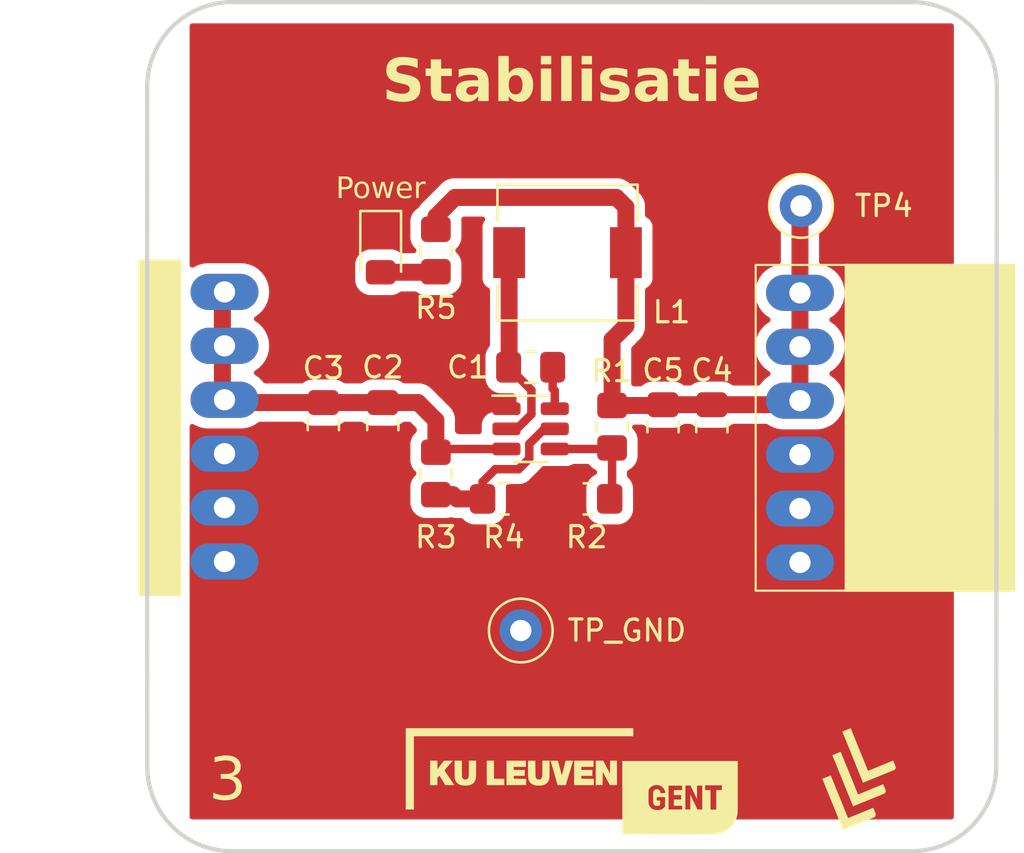
<source format=kicad_pcb>
(kicad_pcb (version 20221018) (generator pcbnew)
  (layers (0 "F.Cu" signal) (31 "B.Cu" signal) (34 "B.Paste" user) (35 "F.Paste" user) (36 "B.SilkS" user "B.Silkscreen") (37 "F.SilkS" user "F.Silkscreen") (38 "B.Mask" user) (39 "F.Mask" user) (44 "Edge.Cuts" user))
  (net 0 "")
  (net 1 "GND")
  (net 2 "/BOOT")
  (net 3 "/SW")
  (net 4 "/VIN")
  (net 5 "/VOUT")
  (net 6 "/FB")
  (net 7 "/EN")
  (net 8 "Net-(D1-A)")
  (footprint "Resistor_SMD:R_0805_2012Metric_Pad1.20x1.40mm_HandSolder" (layer "F.Cu") (at 113.6 62.2 90)
    (fp_text reference "R3" (at -3 0 180) (layer "F.SilkS"))
    (fp_text value "220k")
    (pad "1" smd roundrect (at -1 0 90) (size 1.2 1.4) (layers "F.Cu" "F.Paste" "F.Mask") (roundrect_rratio 0.2083333333) (net 7 "/EN"))
    (pad "2" smd roundrect (at 1 0 90) (size 1.2 1.4) (layers "F.Cu" "F.Paste" "F.Mask") (roundrect_rratio 0.2083333333) (net 4 "/VIN"))
  )
  (footprint "TestPoint:TestPoint_Loop_D1.80mm_Drill1.0mm_Beaded" (layer "F.Cu") (at 130.8 49.6)
    (fp_text reference "TP4" (at 3.9 0) (layer "F.SilkS"))
    (fp_text value "TestPoint_Small")
    (pad "1" thru_hole circle (at 0 0) (size 2 2) (drill 1) (layers "*.Cu" "*.Mask") (net 5 "/VOUT"))
  )
  (footprint "LED_SMD:LED_0805_2012Metric_Pad1.15x1.40mm_HandSolder" (layer "F.Cu") (at 111 51.7 -90)
    (fp_text reference "D1")
    (fp_text value "LED")
    (pad "1" smd roundrect (at -1.025 0 270) (size 1.15 1.4) (layers "F.Cu" "F.Paste" "F.Mask") (roundrect_rratio 0.2173913043) (net 1 "GND"))
    (pad "2" smd roundrect (at 1.025 0 270) (size 1.15 1.4) (layers "F.Cu" "F.Paste" "F.Mask") (roundrect_rratio 0.2173913043) (net 8 "Net-(D1-A)"))
  )
  (footprint "Library:Connector_Female_LLL" (layer "F.Cu") (at 131 60 180)
    (fp_text reference "J1")
    (fp_text value "Conn_01x06_Socket")
    (pad "1" thru_hole oval (at 0.25 -6.39452 180) (size 3.2 1.7) (drill 1) (layers "*.Cu" "*.Mask") (net 1 "GND"))
    (pad "2" thru_hole oval (at 0.25 -3.85452 180) (size 3.2 1.7) (drill 1) (layers "*.Cu" "*.Mask") (net 1 "GND"))
    (pad "3" thru_hole oval (at 0.25 -1.31452 180) (size 3.2 1.7) (drill 1) (layers "*.Cu" "*.Mask") (net 1 "GND"))
    (pad "4" thru_hole oval (at 0.25 1.22548 180) (size 3.2 1.7) (drill 1) (layers "*.Cu" "*.Mask") (net 5 "/VOUT"))
    (pad "5" thru_hole oval (at 0.25 3.76548 180) (size 3.2 1.7) (drill 1) (layers "*.Cu" "*.Mask") (net 5 "/VOUT"))
    (pad "6" thru_hole oval (at 0.25 6.30548 180) (size 3.2 1.7) (drill 1) (layers "*.Cu" "*.Mask") (net 5 "/VOUT"))
  )
  (footprint "Inductor_SMD:L_6.3x6.3_H3" (layer "F.Cu") (at 119.8 51.8)
    (fp_text reference "L1" (at 4.9 2.8) (layer "F.SilkS"))
    (fp_text value "10uH")
    (pad "1" smd rect (at -2.75 0) (size 1.5 2.4) (layers "F.Cu" "F.Paste" "F.Mask") (net 3 "/SW"))
    (pad "2" smd rect (at 2.75 0) (size 1.5 2.4) (layers "F.Cu" "F.Paste" "F.Mask") (net 5 "/VOUT"))
  )
  (footprint "Resistor_SMD:R_0805_2012Metric_Pad1.20x1.40mm_HandSolder" (layer "F.Cu") (at 116.8 63.4 180)
    (fp_text reference "R4" (at 0 -1.8 180) (layer "F.SilkS"))
    (fp_text value "47k")
    (pad "1" smd roundrect (at -1 0 180) (size 1.2 1.4) (layers "F.Cu" "F.Paste" "F.Mask") (roundrect_rratio 0.2083333333) (net 1 "GND"))
    (pad "2" smd roundrect (at 1 0 180) (size 1.2 1.4) (layers "F.Cu" "F.Paste" "F.Mask") (roundrect_rratio 0.2083333333) (net 7 "/EN"))
  )
  (footprint "Capacitor_SMD:C_0805_2012Metric_Pad1.18x1.45mm_HandSolder" (layer "F.Cu") (at 126.6 60 -90)
    (fp_text reference "C4" (at -2.6625 0 -180) (layer "F.SilkS"))
    (fp_text value "22u")
    (pad "1" smd roundrect (at -1.0375 0 270) (size 1.175 1.45) (layers "F.Cu" "F.Paste" "F.Mask") (roundrect_rratio 0.2127659574) (net 5 "/VOUT"))
    (pad "2" smd roundrect (at 1.0375 0 270) (size 1.175 1.45) (layers "F.Cu" "F.Paste" "F.Mask") (roundrect_rratio 0.2127659574) (net 1 "GND"))
  )
  (footprint "Capacitor_SMD:C_0805_2012Metric_Pad1.18x1.45mm_HandSolder" (layer "F.Cu") (at 118.0625 57.2 180)
    (fp_text reference "C1" (at 2.9625 0 180) (layer "F.SilkS"))
    (fp_text value "100n")
    (pad "1" smd roundrect (at -1.0375 0 180) (size 1.175 1.45) (layers "F.Cu" "F.Paste" "F.Mask") (roundrect_rratio 0.2127659574) (net 2 "/BOOT"))
    (pad "2" smd roundrect (at 1.0375 0 180) (size 1.175 1.45) (layers "F.Cu" "F.Paste" "F.Mask") (roundrect_rratio 0.2127659574) (net 3 "/SW"))
  )
  (footprint "Library:LLL_logo_kicad_small" (layer "F.Cu") (at 133.5 76.7)
    (fp_text reference "G***")
    (fp_text value "LOGO" hide)
  )
  (footprint "Package_TO_SOT_SMD:SOT-23-6" (layer "F.Cu") (at 118.0625 60.1)
    (fp_text reference "U1")
    (fp_text value "TPS54308")
    (pad "1" smd roundrect (at -1.1375 -0.95) (size 1.325 0.6) (layers "F.Cu" "F.Paste" "F.Mask") (net 1 "GND"))
    (pad "2" smd roundrect (at -1.1375 0) (size 1.325 0.6) (layers "F.Cu" "F.Paste" "F.Mask") (net 3 "/SW"))
    (pad "3" smd roundrect (at -1.1375 0.95) (size 1.325 0.6) (layers "F.Cu" "F.Paste" "F.Mask") (net 4 "/VIN"))
    (pad "4" smd roundrect (at 1.1375 0.95) (size 1.325 0.6) (layers "F.Cu" "F.Paste" "F.Mask") (net 6 "/FB"))
    (pad "5" smd roundrect (at 1.1375 0) (size 1.325 0.6) (layers "F.Cu" "F.Paste" "F.Mask") (net 7 "/EN"))
    (pad "6" smd roundrect (at 1.1375 -0.95) (size 1.325 0.6) (layers "F.Cu" "F.Paste" "F.Mask") (net 2 "/BOOT"))
  )
  (footprint "Capacitor_SMD:C_0805_2012Metric_Pad1.18x1.45mm_HandSolder" (layer "F.Cu") (at 111.1 59.9 -90)
    (fp_text reference "C2" (at -2.7 0) (layer "F.SilkS"))
    (fp_text value "100n")
    (pad "1" smd roundrect (at -1.0375 0 270) (size 1.175 1.45) (layers "F.Cu" "F.Paste" "F.Mask") (roundrect_rratio 0.2127659574) (net 4 "/VIN"))
    (pad "2" smd roundrect (at 1.0375 0 270) (size 1.175 1.45) (layers "F.Cu" "F.Paste" "F.Mask") (roundrect_rratio 0.2127659574) (net 1 "GND"))
  )
  (footprint "Resistor_SMD:R_0805_2012Metric_Pad1.20x1.40mm_HandSolder" (layer "F.Cu") (at 121.9 60 90)
    (fp_text reference "R1" (at 2.625 0) (layer "F.SilkS"))
    (fp_text value "56k")
    (pad "1" smd roundrect (at -1 0 90) (size 1.2 1.4) (layers "F.Cu" "F.Paste" "F.Mask") (roundrect_rratio 0.2083333333) (net 6 "/FB"))
    (pad "2" smd roundrect (at 1 0 90) (size 1.2 1.4) (layers "F.Cu" "F.Paste" "F.Mask") (roundrect_rratio 0.2083333333) (net 5 "/VOUT"))
  )
  (footprint "Library:KUL_Gent_logo_kicad_small" (layer "F.Cu") (at 120 76.7)
    (fp_text reference "G***")
    (fp_text value "LOGO" hide)
  )
  (footprint "Resistor_SMD:R_0805_2012Metric_Pad1.20x1.40mm_HandSolder" (layer "F.Cu") (at 120.7875 63.4)
    (fp_text reference "R2" (at -0.0875 1.8) (layer "F.SilkS"))
    (fp_text value "7.5k")
    (pad "1" smd roundrect (at -1 0) (size 1.2 1.4) (layers "F.Cu" "F.Paste" "F.Mask") (roundrect_rratio 0.2083333333) (net 1 "GND"))
    (pad "2" smd roundrect (at 1 0) (size 1.2 1.4) (layers "F.Cu" "F.Paste" "F.Mask") (roundrect_rratio 0.2083333333) (net 6 "/FB"))
  )
  (footprint "Capacitor_SMD:C_0805_2012Metric_Pad1.18x1.45mm_HandSolder" (layer "F.Cu") (at 124.3 60 -90)
    (fp_text reference "C5" (at -2.6625 0 -180) (layer "F.SilkS"))
    (fp_text value "22u")
    (pad "1" smd roundrect (at -1.0375 0 270) (size 1.175 1.45) (layers "F.Cu" "F.Paste" "F.Mask") (roundrect_rratio 0.2127659574) (net 5 "/VOUT"))
    (pad "2" smd roundrect (at 1.0375 0 270) (size 1.175 1.45) (layers "F.Cu" "F.Paste" "F.Mask") (roundrect_rratio 0.2127659574) (net 1 "GND"))
  )
  (footprint "Resistor_SMD:R_0805_2012Metric_Pad1.20x1.40mm_HandSolder" (layer "F.Cu") (at 113.6 51.7 90)
    (fp_text reference "R5" (at -2.7 0 180) (layer "F.SilkS"))
    (fp_text value "56k")
    (pad "1" smd roundrect (at -1 0 90) (size 1.2 1.4) (layers "F.Cu" "F.Paste" "F.Mask") (roundrect_rratio 0.2083333333) (net 8 "Net-(D1-A)"))
    (pad "2" smd roundrect (at 1 0 90) (size 1.2 1.4) (layers "F.Cu" "F.Paste" "F.Mask") (roundrect_rratio 0.2083333333) (net 5 "/VOUT"))
  )
  (footprint "Library:Connector_Male_LLL" (layer "F.Cu") (at 100.9 60 180)
    (fp_text reference "J2" hide)
    (fp_text value "Conn_01x06_Pin")
    (pad "1" thru_hole oval (at -2.7432 -6.35 180) (size 3.2 1.7) (drill 1) (layers "*.Cu" "*.Mask") (net 1 "GND"))
    (pad "2" thru_hole oval (at -2.7432 -3.81 180) (size 3.2 1.7) (drill 1) (layers "*.Cu" "*.Mask") (net 1 "GND"))
    (pad "3" thru_hole oval (at -2.7432 -1.27 180) (size 3.2 1.7) (drill 1) (layers "*.Cu" "*.Mask") (net 1 "GND"))
    (pad "4" thru_hole oval (at -2.7432 1.27 180) (size 3.2 1.7) (drill 1) (layers "*.Cu" "*.Mask") (net 4 "/VIN"))
    (pad "5" thru_hole oval (at -2.7432 3.81 180) (size 3.2 1.7) (drill 1) (layers "*.Cu" "*.Mask") (net 4 "/VIN"))
    (pad "6" thru_hole oval (at -2.7432 6.35 180) (size 3.2 1.7) (drill 1) (layers "*.Cu" "*.Mask") (net 4 "/VIN"))
  )
  (footprint "Capacitor_SMD:C_0805_2012Metric_Pad1.18x1.45mm_HandSolder" (layer "F.Cu") (at 108.3 59.9 -90)
    (fp_text reference "C3" (at -2.6625 0 -180) (layer "F.SilkS"))
    (fp_text value "10u")
    (pad "1" smd roundrect (at -1.0375 0 270) (size 1.175 1.45) (layers "F.Cu" "F.Paste" "F.Mask") (roundrect_rratio 0.2127659574) (net 4 "/VIN"))
    (pad "2" smd roundrect (at 1.0375 0 270) (size 1.175 1.45) (layers "F.Cu" "F.Paste" "F.Mask") (roundrect_rratio 0.2127659574) (net 1 "GND"))
  )
  (footprint "TestPoint:TestPoint_Loop_D2.50mm_Drill1.0mm" (layer "F.Cu") (at 117.6 69.6)
    (fp_text reference "TP_GND" (at 5 0) (layer "F.SilkS"))
    (fp_text value "TestPoint_Small")
    (pad "1" thru_hole circle (at 0 0) (size 2 2) (drill 1) (layers "*.Cu" "*.Mask") (net 1 "GND"))
  )
  (gr_line (start 139.996573 75.996573) (end 140.021573 44.003427) (stroke (width 0.2)) (layer "Edge.Cuts"))
  (gr_line (start 104 40) (end 136.021573 40.003427) (stroke (width 0.2)) (layer "Edge.Cuts"))
  (gr_line (start 104.003427 79.996573) (end 135.996573 79.996573) (stroke (width 0.2)) (layer "Edge.Cuts"))
  (gr_arc (start 139.996573 75.996573) (mid 138.825 78.825) (end 135.996573 79.996573) (stroke (width 0.2)) (layer "Edge.Cuts"))
  (gr_line (start 100 44) (end 100.003427 75.996573) (stroke (width 0.2)) (layer "Edge.Cuts"))
  (gr_arc (start 136.021573 40.003427) (mid 138.85 41.175) (end 140.021573 44.003427) (stroke (width 0.2)) (layer "Edge.Cuts"))
  (gr_arc (start 100 44) (mid 101.171573 41.171573) (end 104 40) (stroke (width 0.2)) (layer "Edge.Cuts"))
  (gr_arc (start 104.003427 79.996573) (mid 101.175 78.825) (end 100.003427 75.996573) (stroke (width 0.2)) (layer "Edge.Cuts"))
  (gr_text "3" (at 102.9 77.9) (layer "F.SilkS") (effects (font (size 2 2)) (justify left bottom)))
  (gr_text "Stabilisatie\n" (at 120 45) (layer "F.SilkS") (effects (font (size 2 2) (thickness 0.3) bold) (justify bottom)))
  (gr_text "Power\n" (at 111 49.4) (layer "F.SilkS") (effects (font (size 1 1) (thickness 0.125)) (justify bottom)))
  (segment (start 111.1 60.9375) (end 108.3 60.9375) (width 0.8) (layer "F.Cu") (net 1))
  (segment (start 103.5432 61.37) (end 103.5432 63.91) (width 0.8) (layer "F.Cu") (net 1))
  (segment (start 130.75 61.31452) (end 130.75 63.85452) (width 0.8) (layer "F.Cu") (net 1))
  (segment (start 108.3 60.9375) (end 103.9757 60.9375) (width 0.8) (layer "F.Cu") (net 1))
  (segment (start 103.9757 60.9375) (end 103.6432 61.27) (width 0.8) (layer "F.Cu") (net 1))
  (segment (start 130.75 63.85452) (end 130.75 66.39452) (width 0.8) (layer "F.Cu") (net 1))
  (segment (start 129.45452 63.85452) (end 130.75 63.85452) (width 0.8) (layer "F.Cu") (net 1))
  (segment (start 103.5432 65.35) (end 103.5432 63.91) (width 0.8) (layer "F.Cu") (net 1))
  (segment (start 103.5432 66.45) (end 103.5432 65.35) (width 0.8) (layer "F.Cu") (net 1))
  (segment (start 119.1 57.2) (end 119.1 58.2) (width 0.4) (layer "F.Cu") (net 2))
  (segment (start 119.1 58.2) (end 119.2 58.3) (width 0.4) (layer "F.Cu") (net 2))
  (segment (start 119.2 58.3) (end 119.2 59.15) (width 0.4) (layer "F.Cu") (net 2))
  (segment (start 117.05 57.175) (end 117.025 57.2) (width 0.8) (layer "F.Cu") (net 3))
  (segment (start 116.925 60.1) (end 117.415317 60.1) (width 0.4) (layer "F.Cu") (net 3))
  (segment (start 117.415317 60.1) (end 118.1 59.415317) (width 0.4) (layer "F.Cu") (net 3))
  (segment (start 118.1 58.275) (end 117.025 57.2) (width 0.4) (layer "F.Cu") (net 3))
  (segment (start 118.1 59.415317) (end 118.1 58.275) (width 0.4) (layer "F.Cu") (net 3))
  (segment (start 117.05 51.8) (end 117.05 57.175) (width 0.8) (layer "F.Cu") (net 3))
  (segment (start 108.3 58.8625) (end 103.7757 58.8625) (width 0.8) (layer "F.Cu") (net 4))
  (segment (start 103.7757 58.8625) (end 103.6432 58.73) (width 0.8) (layer "F.Cu") (net 4))
  (segment (start 113.6 59.7) (end 113.6 61.2) (width 0.8) (layer "F.Cu") (net 4))
  (segment (start 108.3 58.8625) (end 111.1 58.8625) (width 0.8) (layer "F.Cu") (net 4))
  (segment (start 108.1675 58.73) (end 108.3 58.8625) (width 0.8) (layer "F.Cu") (net 4))
  (segment (start 112.7625 58.8625) (end 113.6 59.7) (width 0.8) (layer "F.Cu") (net 4))
  (segment (start 116.925 61.05) (end 113.75 61.05) (width 0.4) (layer "F.Cu") (net 4))
  (segment (start 103.5432 53.75) (end 103.5432 56.29) (width 0.8) (layer "F.Cu") (net 4))
  (segment (start 113.75 61.05) (end 113.6 61.2) (width 0.4) (layer "F.Cu") (net 4))
  (segment (start 103.5432 58.83) (end 103.5432 56.29) (width 0.8) (layer "F.Cu") (net 4))
  (segment (start 111.1 58.8625) (end 112.7625 58.8625) (width 0.8) (layer "F.Cu") (net 4))
  (segment (start 130.75 53.69452) (end 130.75 56.23452) (width 0.8) (layer "F.Cu") (net 5))
  (segment (start 126.6 58.9625) (end 130.56202 58.9625) (width 0.8) (layer "F.Cu") (net 5))
  (segment (start 124.3 58.9625) (end 126.6 58.9625) (width 0.8) (layer "F.Cu") (net 5))
  (segment (start 121.9 59) (end 124.2625 59) (width 0.8) (layer "F.Cu") (net 5))
  (segment (start 122.55 51.8) (end 122.55 49.65) (width 0.8) (layer "F.Cu") (net 5))
  (segment (start 113.6 50.7) (end 113.6 50.1) (width 0.8) (layer "F.Cu") (net 5))
  (segment (start 130.75 56.23452) (end 130.75 58.77452) (width 0.8) (layer "F.Cu") (net 5))
  (segment (start 130.75 53.69452) (end 130.75 49.65) (width 0.8) (layer "F.Cu") (net 5))
  (segment (start 130.75 49.65) (end 130.8 49.6) (width 0.8) (layer "F.Cu") (net 5))
  (segment (start 121.9 55.9) (end 121.9 59) (width 0.8) (layer "F.Cu") (net 5))
  (segment (start 113.6 50.1) (end 114.5 49.2) (width 0.8) (layer "F.Cu") (net 5))
  (segment (start 122.55 51.8) (end 122.55 55.25) (width 0.8) (layer "F.Cu") (net 5))
  (segment (start 122.55 55.25) (end 121.9 55.9) (width 0.8) (layer "F.Cu") (net 5))
  (segment (start 130.56202 58.9625) (end 130.75 58.77452) (width 0.8) (layer "F.Cu") (net 5))
  (segment (start 122.1 49.2) (end 122.55 49.65) (width 0.8) (layer "F.Cu") (net 5))
  (segment (start 124.2625 59) (end 124.3 58.9625) (width 0.8) (layer "F.Cu") (net 5))
  (segment (start 114.5 49.2) (end 122.1 49.2) (width 0.8) (layer "F.Cu") (net 5))
  (segment (start 121.9 61.225) (end 121.9 63.2875) (width 0.4) (layer "F.Cu") (net 6))
  (segment (start 121.725 61.05) (end 121.9 61.225) (width 0.4) (layer "F.Cu") (net 6))
  (segment (start 121.9 63.2875) (end 121.7875 63.4) (width 0.4) (layer "F.Cu") (net 6))
  (segment (start 119.2 61.05) (end 121.725 61.05) (width 0.4) (layer "F.Cu") (net 6))
  (segment (start 118.709683 60.1) (end 119.2 60.1) (width 0.4) (layer "F.Cu") (net 7))
  (segment (start 113.6 63.2) (end 114.4 63.2) (width 0.8) (layer "F.Cu") (net 7))
  (segment (start 114.6 63.4) (end 115.8 63.4) (width 0.8) (layer "F.Cu") (net 7))
  (segment (start 115.8 63.4) (end 115.8 62.6) (width 0.4) (layer "F.Cu") (net 7))
  (segment (start 115.8 62.6) (end 116.4 62) (width 0.4) (layer "F.Cu") (net 7))
  (segment (start 117.5 62) (end 118 61.5) (width 0.4) (layer "F.Cu") (net 7))
  (segment (start 115.6 63.2) (end 115.8 63.4) (width 0.4) (layer "F.Cu") (net 7))
  (segment (start 114.4 63.2) (end 114.6 63.4) (width 0.8) (layer "F.Cu") (net 7))
  (segment (start 118 61.5) (end 118 60.809683) (width 0.4) (layer "F.Cu") (net 7))
  (segment (start 116.4 62) (end 117.5 62) (width 0.4) (layer "F.Cu") (net 7))
  (segment (start 118 60.809683) (end 118.709683 60.1) (width 0.4) (layer "F.Cu") (net 7))
  (segment (start 111 52.725) (end 113.575 52.725) (width 0.8) (layer "F.Cu") (net 8))
  (segment (start 113.575 52.725) (end 113.6 52.7) (width 0.8) (layer "F.Cu") (net 8))
  (zone (net 1) (net_name "GND") (layer "F.Cu") (connect_pads yes (clearance 0.5)) (min_thickness 0.25) (fill yes (thermal_gap 0.5) (thermal_bridge_width 0.5))
    (polygon (pts (xy 102 41) (xy 138 41) (xy 138 78.5) (xy 102 78.5)))
  )
)
</source>
